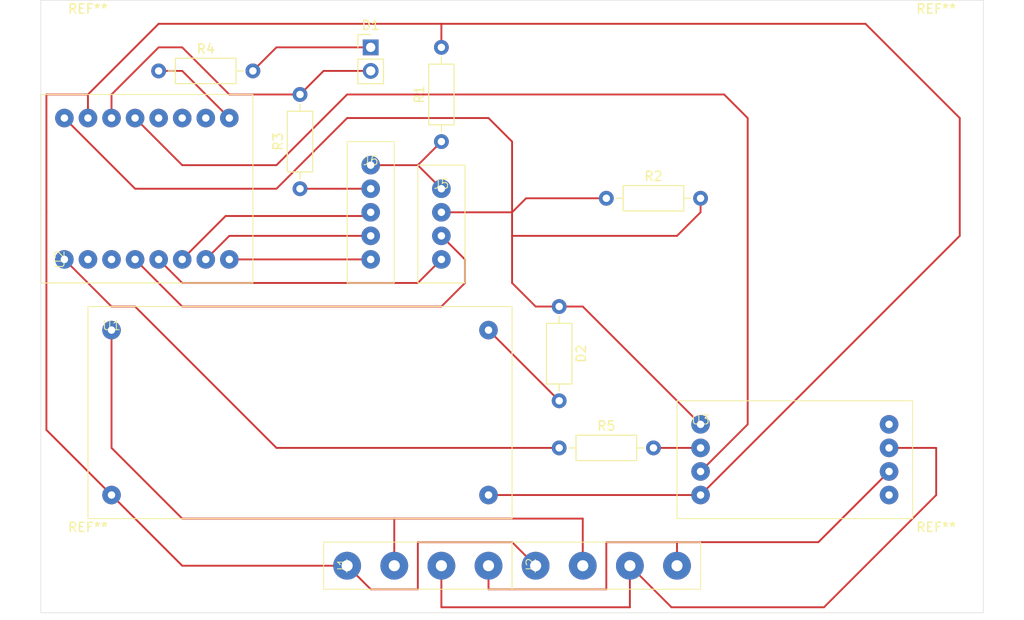
<source format=kicad_pcb>
(kicad_pcb (version 20241229) (generator "pcbnew") (generator_version "9.0")
  (layers (0 "F.Cu" signal) (2 "B.Cu" signal) (13 "F.Paste" user) (15 "B.Paste" user) (5 "F.SilkS" user "F.Silkscreen") (7 "B.SilkS" user "B.Silkscreen") (1 "F.Mask" user) (3 "B.Mask" user) (25 "Edge.Cuts" user))
  (net 0 "")
  (net 1 "/CANH")
  (net 2 "/CANL")
  (net 3 "/12V")
  (net 4 "/GND")
  (net 5 "/5V")
  (net 9 "Net-(J5-Pin_3)")
  (net 10 "Net-(J5-Pin_4)")
  (net 11 "Net-(D1-K)")
  (net 12 "Net-(J6-Pin_4)")
  (net 14 "Net-(J6-Pin_5)")
  (net 15 "Net-(J6-Pin_3)")
  (net 17 "Net-(U2-Pin_1)")
  (net 18 "/3V3")
  (net 19 "Net-(U2-Pin_13)")
  (net 22 "Net-(U2-Pin_9)")
  (net 23 "Net-(D2-A)")
  (net 24 "Net-(U3-Pin_2)")
  (footprint "Resistor_THT:R_Axial_DIN0207_L6.3mm_D2.5mm_P10.16mm_Horizontal" (layer "F.Cu") (at 81.28 58.42 -90)
    (property "Reference" "D2" (at 5.08 -2.37 90) (layer "F.SilkS"))
    (property "Value" "D")
    (fp_line (start 1.04 0) (end 1.81 0) (stroke (width 0.12)) (layer "F.SilkS"))
    (fp_line (start 9.12 0) (end 8.35 0) (stroke (width 0.12)) (layer "F.SilkS"))
    (fp_rect (start 1.81 -1.37) (end 8.35 1.37) (stroke (width 0.12)) (fill no) (layer "F.SilkS"))
    (pad "1" thru_hole circle (at 0 0 270) (size 1.6 1.6) (drill 0.8) (layers "*.Cu" "*.Mask") (net 5 "/5V"))
    (pad "2" thru_hole circle (at 10.16 0 270) (size 1.6 1.6) (drill 0.8) (layers "*.Cu" "*.Mask") (net 23 "Net-(D2-A)"))
  )
  (footprint "Resistor_THT:R_Axial_DIN0207_L6.3mm_D2.5mm_P10.16mm_Horizontal" (layer "F.Cu") (at 81.28 73.66)
    (property "Reference" "R5" (at 5.08 -2.37 0) (layer "F.SilkS"))
    (property "Value" "~")
    (fp_line (start 1.04 0) (end 1.81 0) (stroke (width 0.12)) (layer "F.SilkS"))
    (fp_line (start 9.12 0) (end 8.35 0) (stroke (width 0.12)) (layer "F.SilkS"))
    (fp_rect (start 1.81 -1.37) (end 8.35 1.37) (stroke (width 0.12)) (fill no) (layer "F.SilkS"))
    (pad "1" thru_hole circle (at 0 0) (size 1.6 1.6) (drill 0.8) (layers "*.Cu" "*.Mask") (net 17 "Net-(U2-Pin_1)"))
    (pad "2" thru_hole circle (at 10.16 0) (size 1.6 1.6) (drill 0.8) (layers "*.Cu" "*.Mask") (net 24 "Net-(U3-Pin_2)"))
  )
  (footprint "Peabrain:TJA1050" (layer "F.Cu") (at 96.52 71.12)
    (property "Reference" "U3" (at 0 -0.5 0) (layer "F.SilkS") (effects (font (thickness 0.1))))
    (property "Value" "TJA1050")
    (fp_rect (start -2.54 -2.54) (end 22.86 10.16) (stroke (width 0.1)) (fill no) (layer "F.SilkS"))
    (pad "1" thru_hole circle (at 0 0) (size 2 2) (drill 0.8) (layers "*.Cu" "F.Mask" "F.Paste") (net 5 "/5V"))
    (pad "2" thru_hole circle (at 0 2.54) (size 2 2) (drill 0.8) (layers "*.Cu" "F.Mask" "F.Paste") (net 24 "Net-(U3-Pin_2)"))
    (pad "3" thru_hole circle (at 0 5.08) (size 2 2) (drill 0.8) (layers "*.Cu" "F.Mask" "F.Paste") (net 19 "Net-(U2-Pin_13)"))
    (pad "4" thru_hole circle (at 0 7.62) (size 2 2) (drill 0.8) (layers "*.Cu" "F.Mask" "F.Paste") (net 4 "/GND"))
    (pad "5" thru_hole circle (at 20.32 7.62) (size 2 2) (drill 0.8) (layers "*.Cu" "F.Mask" "F.Paste"))
    (pad "6" thru_hole circle (at 20.32 5.08) (size 2 2) (drill 0.8) (layers "*.Cu" "F.Mask" "F.Paste") (net 2 "/CANL"))
    (pad "7" thru_hole circle (at 20.32 2.54) (size 2 2) (drill 0.8) (layers "*.Cu" "F.Mask" "F.Paste") (net 1 "/CANH"))
    (pad "8" thru_hole circle (at 20.32 0) (size 2 2) (drill 0.8) (layers "*.Cu" "F.Mask" "F.Paste"))
  )
  (footprint "Connector_PinHeader_2.54mm:PinHeader_1x02_P2.54mm_Vertical" (layer "F.Cu") (at 60.96 30.48)
    (property "Reference" "D1" (at 0 -2.38 0) (layer "F.SilkS"))
    (property "Value" "LED")
    (fp_line (start -1.38 -1.38) (end 0 -1.38) (stroke (width 0.12)) (layer "F.SilkS"))
    (fp_line (start -1.38 0) (end -1.38 -1.38) (stroke (width 0.12)) (layer "F.SilkS"))
    (fp_line (start -1.38 1.27) (end -1.38 3.92) (stroke (width 0.12)) (layer "F.SilkS"))
    (fp_line (start -1.38 1.27) (end 1.38 1.27) (stroke (width 0.12)) (layer "F.SilkS"))
    (fp_line (start -1.38 3.92) (end 1.38 3.92) (stroke (width 0.12)) (layer "F.SilkS"))
    (fp_line (start 1.38 1.27) (end 1.38 3.92) (stroke (width 0.12)) (layer "F.SilkS"))
    (pad "1" thru_hole rect (at 0 0) (size 1.7 1.7) (drill 1) (layers "*.Cu" "*.Mask") (net 11 "Net-(D1-K)"))
    (pad "2" thru_hole circle (at 0 2.54) (size 1.7 1.7) (drill 1) (layers "*.Cu" "*.Mask") (net 18 "/3V3"))
  )
  (footprint "MountingHole:MountingHole_3.2mm_M3" (layer "F.Cu") (at 30.48 30.48)
    (property "Reference" "REF**" (at 0 -4.15 0) (layer "F.SilkS"))
    (property "Value" "MountingHole_3.2mm_M3")
    (pad "" np_thru_hole circle (at 0 0) (size 3.2 3.2) (drill 3.2) (layers "*.Cu" "*.Mask"))
  )
  (footprint "Resistor_THT:R_Axial_DIN0207_L6.3mm_D2.5mm_P10.16mm_Horizontal" (layer "F.Cu") (at 38.1 33.02)
    (property "Reference" "R4" (at 5.08 -2.37 0) (layer "F.SilkS"))
    (property "Value" "R")
    (fp_line (start 1.04 0) (end 1.81 0) (stroke (width 0.12)) (layer "F.SilkS"))
    (fp_line (start 9.12 0) (end 8.35 0) (stroke (width 0.12)) (layer "F.SilkS"))
    (fp_rect (start 1.81 -1.37) (end 8.35 1.37) (stroke (width 0.12)) (fill no) (layer "F.SilkS"))
    (pad "1" thru_hole circle (at 0 0) (size 1.6 1.6) (drill 0.8) (layers "*.Cu" "*.Mask") (net 22 "Net-(U2-Pin_9)"))
    (pad "2" thru_hole circle (at 10.16 0) (size 1.6 1.6) (drill 0.8) (layers "*.Cu" "*.Mask") (net 11 "Net-(D1-K)"))
  )
  (footprint "Peabrain:ScrewTerminals_4P" (layer "F.Cu") (at 78.74 86.36 90)
    (property "Reference" "J2" (at 0 -0.5 90) (layer "F.SilkS") (effects (font (thickness 0.1))))
    (property "Value" "Screw Terminal")
    (fp_rect (start -2.54 -2.54) (end 2.54 17.78) (stroke (width 0.1)) (fill no) (layer "F.SilkS"))
    (pad "1" thru_hole circle (at 0 0 90) (size 3 3) (drill 1.2) (layers "*.Cu" "F.Mask" "F.Paste") (net 4 "/GND"))
    (pad "2" thru_hole circle (at 0 5.08 90) (size 3 3) (drill 1.2) (layers "*.Cu" "F.Mask" "F.Paste") (net 3 "/12V"))
    (pad "3" thru_hole circle (at 0 10.16 90) (size 3 3) (drill 1.2) (layers "*.Cu" "F.Mask" "F.Paste") (net 1 "/CANH"))
    (pad "4" thru_hole circle (at 0 15.24 90) (size 3 3) (drill 1.2) (layers "*.Cu" "F.Mask" "F.Paste") (net 2 "/CANL"))
  )
  (footprint "Resistor_THT:R_Axial_DIN0207_L6.3mm_D2.5mm_P10.16mm_Horizontal" (layer "F.Cu") (at 68.58 40.64 90)
    (property "Reference" "R1" (at 5.08 -2.37 90) (layer "F.SilkS"))
    (property "Value" "R")
    (fp_line (start 9.12 0) (end 8.35 0) (stroke (width 0.12)) (layer "F.SilkS"))
    (fp_line (start 1.04 0) (end 1.81 0) (stroke (width 0.12)) (layer "F.SilkS"))
    (fp_rect (start 1.81 -1.37) (end 8.35 1.37) (stroke (width 0.12)) (fill no) (layer "F.SilkS"))
    (pad "1" thru_hole circle (at 0 0 90) (size 1.6 1.6) (drill 0.8) (layers "*.Cu" "*.Mask") (net 4 "/GND"))
    (pad "2" thru_hole circle (at 10.16 0 90) (size 1.6 1.6) (drill 0.8) (layers "*.Cu" "*.Mask") (net 4 "/GND"))
  )
  (footprint "Peabrain:ScrewTerminals_4P" (layer "F.Cu") (at 58.42 86.36 90)
    (property "Reference" "J1" (at 0 -0.5 90) (layer "F.SilkS") (effects (font (thickness 0.1))))
    (property "Value" "Screw Termial")
    (fp_rect (start -2.54 -2.54) (end 2.54 17.78) (stroke (width 0.1)) (fill no) (layer "F.SilkS"))
    (pad "1" thru_hole circle (at 0 0 90) (size 3 3) (drill 1.2) (layers "*.Cu" "F.Mask" "F.Paste") (net 4 "/GND"))
    (pad "2" thru_hole circle (at 0 5.08 90) (size 3 3) (drill 1.2) (layers "*.Cu" "F.Mask" "F.Paste") (net 3 "/12V"))
    (pad "3" thru_hole circle (at 0 10.16 90) (size 3 3) (drill 1.2) (layers "*.Cu" "F.Mask" "F.Paste") (net 1 "/CANH"))
    (pad "4" thru_hole circle (at 0 15.24 90) (size 3 3) (drill 1.2) (layers "*.Cu" "F.Mask" "F.Paste") (net 2 "/CANL"))
  )
  (footprint "MountingHole:MountingHole_3.2mm_M3" (layer "F.Cu") (at 121.92 86.36)
    (property "Reference" "REF**" (at 0 -4.15 0) (layer "F.SilkS"))
    (property "Value" "MountingHole_3.2mm_M3")
    (pad "" np_thru_hole circle (at 0 0) (size 3.2 3.2) (drill 3.2) (layers "*.Cu" "*.Mask"))
  )
  (footprint "Resistor_THT:R_Axial_DIN0207_L6.3mm_D2.5mm_P10.16mm_Horizontal" (layer "F.Cu") (at 53.34 45.72 90)
    (property "Reference" "R3" (at 5.08 -2.37 90) (layer "F.SilkS"))
    (property "Value" "R")
    (fp_line (start 9.12 0) (end 8.35 0) (stroke (width 0.12)) (layer "F.SilkS"))
    (fp_line (start 1.04 0) (end 1.81 0) (stroke (width 0.12)) (layer "F.SilkS"))
    (fp_rect (start 1.81 -1.37) (end 8.35 1.37) (stroke (width 0.12)) (fill no) (layer "F.SilkS"))
    (pad "1" thru_hole circle (at 0 0 90) (size 1.6 1.6) (drill 0.8) (layers "*.Cu" "*.Mask") (net 18 "/3V3"))
    (pad "2" thru_hole circle (at 10.16 0 90) (size 1.6 1.6) (drill 0.8) (layers "*.Cu" "*.Mask") (net 18 "/3V3"))
  )
  (footprint "Peabrain:VoltageRegulator" (layer "F.Cu") (at 33.02 60.96)
    (property "Reference" "U1" (at 0 -0.5 0) (layer "F.SilkS") (effects (font (thickness 0.1))))
    (property "Value" "VoltageRegulator")
    (fp_rect (start -2.54 -2.54) (end 43.18 20.32) (stroke (width 0.1)) (fill no) (layer "F.SilkS"))
    (pad "1" thru_hole circle (at 0 0) (size 2 2) (drill 0.8) (layers "*.Cu" "F.Mask" "F.Paste") (net 3 "/12V"))
    (pad "2" thru_hole circle (at 0 17.78) (size 2 2) (drill 0.8) (layers "*.Cu" "F.Mask" "F.Paste") (net 4 "/GND"))
    (pad "3" thru_hole circle (at 40.64 17.78) (size 2 2) (drill 0.8) (layers "*.Cu" "F.Mask" "F.Paste") (net 4 "/GND"))
    (pad "4" thru_hole circle (at 40.64 0) (size 2 2) (drill 0.8) (layers "*.Cu" "F.Mask" "F.Paste") (net 23 "Net-(D2-A)"))
  )
  (footprint "MountingHole:MountingHole_3.2mm_M3" (layer "F.Cu") (at 121.92 30.48)
    (property "Reference" "REF**" (at 0 -4.15 0) (layer "F.SilkS"))
    (property "Value" "MountingHole_3.2mm_M3")
    (pad "" np_thru_hole circle (at 0 0) (size 3.2 3.2) (drill 3.2) (layers "*.Cu" "*.Mask"))
  )
  (footprint "Resistor_THT:R_Axial_DIN0207_L6.3mm_D2.5mm_P10.16mm_Horizontal" (layer "F.Cu") (at 86.36 46.75)
    (property "Reference" "R2" (at 5.08 -2.37 0) (layer "F.SilkS"))
    (property "Value" "R")
    (fp_line (start 1.04 0) (end 1.81 0) (stroke (width 0.12)) (layer "F.SilkS"))
    (fp_line (start 9.12 0) (end 8.35 0) (stroke (width 0.12)) (layer "F.SilkS"))
    (fp_rect (start 1.81 -1.37) (end 8.35 1.37) (stroke (width 0.12)) (fill no) (layer "F.SilkS"))
    (pad "1" thru_hole circle (at 0 0) (size 1.6 1.6) (drill 0.8) (layers "*.Cu" "*.Mask") (net 5 "/5V"))
    (pad "2" thru_hole circle (at 10.16 0) (size 1.6 1.6) (drill 0.8) (layers "*.Cu" "*.Mask") (net 5 "/5V"))
  )
  (footprint "Peabrain:RotaryEncoderConnection" (layer "F.Cu") (at 60.96 43.18)
    (property "Reference" "J6" (at 0 -0.5 0) (layer "F.SilkS") (effects (font (thickness 0.1))))
    (property "Value" "RotaryEncoder")
    (fp_rect (start -2.54 -2.54) (end 2.54 12.7) (stroke (width 0.1)) (fill no) (layer "F.SilkS"))
    (pad "1" thru_hole circle (at 0 0) (size 2 2) (drill 0.8) (layers "*.Cu" "F.Mask" "F.Paste") (net 4 "/GND"))
    (pad "2" thru_hole circle (at 0 2.54) (size 2 2) (drill 0.8) (layers "*.Cu" "F.Mask" "F.Paste") (net 18 "/3V3"))
    (pad "3" thru_hole circle (at 0 5.08) (size 2 2) (drill 0.8) (layers "*.Cu" "F.Mask" "F.Paste") (net 15 "Net-(J6-Pin_3)"))
    (pad "4" thru_hole circle (at 0 7.62) (size 2 2) (drill 0.8) (layers "*.Cu" "F.Mask" "F.Paste") (net 12 "Net-(J6-Pin_4)"))
    (pad "5" thru_hole circle (at 0 10.16) (size 2 2) (drill 0.8) (layers "*.Cu" "F.Mask" "F.Paste") (net 14 "Net-(J6-Pin_5)"))
  )
  (footprint "Peabrain:I2C_Connector" (layer "F.Cu") (at 68.58 45.72)
    (property "Reference" "J5" (at 0 -0.5 0) (layer "F.SilkS") (effects (font (thickness 0.1))))
    (property "Value" "I2C")
    (fp_rect (start -2.54 -2.54) (end 2.54 10.16) (stroke (width 0.1)) (fill no) (layer "F.SilkS"))
    (pad "1" thru_hole circle (at 0 0) (size 2 2) (drill 0.8) (layers "*.Cu" "F.Mask" "F.Paste") (net 4 "/GND"))
    (pad "2" thru_hole circle (at 0 2.54) (size 2 2) (drill 0.8) (layers "*.Cu" "F.Mask" "F.Paste") (net 5 "/5V"))
    (pad "3" thru_hole circle (at 0 5.08) (size 2 2) (drill 0.8) (layers "*.Cu" "F.Mask" "F.Paste") (net 9 "Net-(J5-Pin_3)"))
    (pad "4" thru_hole circle (at 0 7.62) (size 2 2) (drill 0.8) (layers "*.Cu" "F.Mask" "F.Paste") (net 10 "Net-(J5-Pin_4)"))
  )
  (footprint "Peabrain:ESP32" (layer "F.Cu") (at 27.94 53.34 90)
    (property "Reference" "U2" (at 0 -0.5 90) (layer "F.SilkS") (effects (font (thickness 0.1))))
    (property "Value" "ESP32")
    (fp_rect (start -2.54 -2.54) (end 17.78 20.32) (stroke (width 0.1)) (fill no) (layer "F.SilkS"))
    (pad "1" thru_hole circle (at 0 0 90) (size 2 2) (drill 0.8) (layers "*.Cu" "F.Mask" "F.Paste") (net 17 "Net-(U2-Pin_1)"))
    (pad "2" thru_hole circle (at 0 2.54 90) (size 2 2) (drill 0.8) (layers "*.Cu" "F.Mask" "F.Paste"))
    (pad "3" thru_hole circle (at 0 5.08 90) (size 2 2) (drill 0.8) (layers "*.Cu" "F.Mask" "F.Paste"))
    (pad "4" thru_hole circle (at 0 7.62 90) (size 2 2) (drill 0.8) (layers "*.Cu" "F.Mask" "F.Paste") (net 9 "Net-(J5-Pin_3)"))
    (pad "5" thru_hole circle (at 0 10.16 90) (size 2 2) (drill 0.8) (layers "*.Cu" "F.Mask" "F.Paste") (net 10 "Net-(J5-Pin_4)"))
    (pad "6" thru_hole circle (at 0 12.7 90) (size 2 2) (drill 0.8) (layers "*.Cu" "F.Mask" "F.Paste") (net 15 "Net-(J6-Pin_3)"))
    (pad "7" thru_hole circle (at 0 15.24 90) (size 2 2) (drill 0.8) (layers "*.Cu" "F.Mask" "F.Paste") (net 12 "Net-(J6-Pin_4)"))
    (pad "8" thru_hole circle (at 0 17.78 90) (size 2 2) (drill 0.8) (layers "*.Cu" "F.Mask" "F.Paste") (net 14 "Net-(J6-Pin_5)"))
    (pad "9" thru_hole circle (at 15.24 17.78 90) (size 2 2) (drill 0.8) (layers "*.Cu" "F.Mask" "F.Paste") (net 22 "Net-(U2-Pin_9)"))
    (pad "10" thru_hole circle (at 15.24 15.24 90) (size 2 2) (drill 0.8) (layers "*.Cu" "F.Mask" "F.Paste"))
    (pad "11" thru_hole circle (at 15.24 12.7 90) (size 2 2) (drill 0.8) (layers "*.Cu" "F.Mask" "F.Paste"))
    (pad "12" thru_hole circle (at 15.24 10.16 90) (size 2 2) (drill 0.8) (layers "*.Cu" "F.Mask" "F.Paste"))
    (pad "13" thru_hole circle (at 15.24 7.62 90) (size 2 2) (drill 0.8) (layers "*.Cu" "F.Mask" "F.Paste") (net 19 "Net-(U2-Pin_13)"))
    (pad "14" thru_hole circle (at 15.24 5.08 90) (size 2 2) (drill 0.8) (layers "*.Cu" "F.Mask" "F.Paste") (net 18 "/3V3"))
    (pad "15" thru_hole circle (at 15.24 2.54 90) (size 2 2) (drill 0.8) (layers "*.Cu" "F.Mask" "F.Paste") (net 4 "/GND"))
    (pad "16" thru_hole circle (at 15.24 0 90) (size 2 2) (drill 0.8) (layers "*.Cu" "F.Mask" "F.Paste") (net 5 "/5V"))
  )
  (footprint "MountingHole:MountingHole_3.2mm_M3" (layer "F.Cu") (at 30.48 86.36)
    (property "Reference" "REF**" (at 0 -4.15 0) (layer "F.SilkS"))
    (property "Value" "MountingHole_3.2mm_M3")
    (pad "" np_thru_hole circle (at 0 0) (size 3.2 3.2) (drill 3.2) (layers "*.Cu" "*.Mask"))
  )
  (gr_line (start 73.66 60.96) (end 81.28 68.58) (stroke (width 0.2)) (layer "F.Cu") (net 23))
  (gr_line (start 124.46 50.8) (end 124.46 38.1) (stroke (width 0.2)) (layer "F.Cu") (net 4))
  (gr_line (start 114.3 27.94) (end 124.46 38.1) (stroke (width 0.2)) (layer "F.Cu") (net 4))
  (gr_line (start 73.66 78.74) (end 96.52 78.74) (stroke (width 0.2)) (layer "F.Cu") (net 4))
  (gr_line (start 50.8 73.66) (end 81.28 73.66) (stroke (width 0.2)) (layer "F.Cu") (net 17))
  (gr_rect (start 25.4 25.4) (end 127 91.44) (stroke (width 0.05)) (fill no) (layer "Edge.Cuts"))
  (segment (start 121.92 78.74) (end 121.92 73.66) (width 0.2) (layer "F.Cu") (net 1))
  (segment (start 88.9 90.839) (end 88.9 86.36) (width 0.2) (layer "F.Cu") (net 1))
  (segment (start 68.58 86.36) (end 68.58 90.839) (width 0.2) (layer "F.Cu") (net 1))
  (segment (start 109.821 90.839) (end 121.92 78.74) (width 0.2) (layer "F.Cu") (net 1))
  (segment (start 88.9 86.36) (end 93.379 90.839) (width 0.2) (layer "F.Cu") (net 1))
  (segment (start 68.58 90.839) (end 88.9 90.839) (width 0.2) (layer "F.Cu") (net 1))
  (segment (start 121.92 73.66) (end 116.84 73.66) (width 0.2) (layer "F.Cu") (net 1))
  (segment (start 93.379 90.839) (end 109.821 90.839) (width 0.2) (layer "F.Cu") (net 1))
  (segment (start 109.22 83.82) (end 116.84 76.2) (width 0.2) (layer "F.Cu") (net 2))
  (segment (start 93.98 83.82) (end 109.22 83.82) (width 0.2) (layer "F.Cu") (net 2))
  (segment (start 86.36 88.9) (end 86.36 83.82) (width 0.2) (layer "F.Cu") (net 2))
  (segment (start 73.66 88.9) (end 86.36 88.9) (width 0.2) (layer "F.Cu") (net 2))
  (segment (start 86.36 83.82) (end 93.98 83.82) (width 0.2) (layer "F.Cu") (net 2))
  (segment (start 93.98 83.82) (end 93.98 86.36) (width 0.2) (layer "F.Cu") (net 2))
  (segment (start 73.66 86.36) (end 73.66 88.9) (width 0.2) (layer "F.Cu") (net 2))
  (segment (start 33.02 73.66) (end 33.02 60.96) (width 0.2) (layer "F.Cu") (net 3))
  (segment (start 40.64 81.28) (end 33.02 73.66) (width 0.2) (layer "F.Cu") (net 3))
  (segment (start 63.5 81.28) (end 40.64 81.28) (width 0.2) (layer "F.Cu") (net 3))
  (segment (start 63.5 81.28) (end 83.82 81.28) (width 0.2) (layer "F.Cu") (net 3))
  (segment (start 83.82 81.28) (end 83.82 86.36) (width 0.2) (layer "F.Cu") (net 3))
  (segment (start 63.5 86.36) (end 63.5 81.28) (width 0.2) (layer "F.Cu") (net 3))
  (segment (start 26.001 48.26) (end 26.001 71.721) (width 0.2) (layer "F.Cu") (net 4))
  (segment (start 58.42 86.36) (end 40.64 86.36) (width 0.2) (layer "F.Cu") (net 4))
  (segment (start 68.58 30.48) (end 68.58 27.94) (width 0.2) (layer "F.Cu") (net 4))
  (segment (start 30.48 35.56) (end 26.001 35.56) (width 0.2) (layer "F.Cu") (net 4))
  (segment (start 26.001 71.721) (end 33.02 78.74) (width 0.2) (layer "F.Cu") (net 4))
  (segment (start 66.04 43.18) (end 68.58 40.64) (width 0.2) (layer "F.Cu") (net 4))
  (segment (start 40.64 86.36) (end 33.02 78.74) (width 0.2) (layer "F.Cu") (net 4))
  (segment (start 60.96 43.18) (end 66.04 43.18) (width 0.2) (layer "F.Cu") (net 4))
  (segment (start 58.42 86.36) (end 60.96 88.9) (width 0.2) (layer "F.Cu") (net 4))
  (segment (start 66.04 88.9) (end 66.04 83.82) (width 0.2) (layer "F.Cu") (net 4))
  (segment (start 76.2 83.82) (end 78.74 86.36) (width 0.2) (layer "F.Cu") (net 4))
  (segment (start 114.3 27.94) (end 68.58 27.94) (width 0.2) (layer "F.Cu") (net 4))
  (segment (start 26.001 35.56) (end 26.001 48.26) (width 0.2) (layer "F.Cu") (net 4))
  (segment (start 60.96 88.9) (end 66.04 88.9) (width 0.2) (layer "F.Cu") (net 4))
  (segment (start 30.48 35.56) (end 38.1 27.94) (width 0.2) (layer "F.Cu") (net 4))
  (segment (start 124.46 50.8) (end 96.52 78.74) (width 0.2) (layer "F.Cu") (net 4))
  (segment (start 30.48 38.1) (end 30.48 35.56) (width 0.2) (layer "F.Cu") (net 4))
  (segment (start 66.04 43.18) (end 68.58 45.72) (width 0.2) (layer "F.Cu") (net 4))
  (segment (start 66.04 83.82) (end 76.2 83.82) (width 0.2) (layer "F.Cu") (net 4))
  (segment (start 38.1 27.94) (end 68.58 27.94) (width 0.2) (layer "F.Cu") (net 4))
  (segment (start 93.98 50.8) (end 76.2 50.8) (width 0.2) (layer "F.Cu") (net 5))
  (segment (start 76.2 48.26) (end 76.2 50.8) (width 0.2) (layer "F.Cu") (net 5))
  (segment (start 83.82 58.42) (end 78.74 58.42) (width 0.2) (layer "F.Cu") (net 5))
  (segment (start 68.58 48.26) (end 76.2 48.26) (width 0.2) (layer "F.Cu") (net 5))
  (segment (start 77.71 46.75) (end 76.2 48.26) (width 0.2) (layer "F.Cu") (net 5))
  (segment (start 76.2 40.64) (end 76.2 48.26) (width 0.2) (layer "F.Cu") (net 5))
  (segment (start 86.36 46.75) (end 77.71 46.75) (width 0.2) (layer "F.Cu") (net 5))
  (segment (start 96.52 46.75) (end 96.52 48.26) (width 0.2) (layer "F.Cu") (net 5))
  (segment (start 27.94 38.1) (end 35.56 45.72) (width 0.2) (layer "F.Cu") (net 5))
  (segment (start 76.2 55.88) (end 78.74 58.42) (width 0.2) (layer "F.Cu") (net 5))
  (segment (start 96.52 71.12) (end 83.82 58.42) (width 0.2) (layer "F.Cu") (net 5))
  (segment (start 58.42 38.1) (end 73.66 38.1) (width 0.2) (layer "F.Cu") (net 5))
  (segment (start 76.2 50.8) (end 76.2 55.88) (width 0.2) (layer "F.Cu") (net 5))
  (segment (start 96.52 48.26) (end 93.98 50.8) (width 0.2) (layer "F.Cu") (net 5))
  (segment (start 73.66 38.1) (end 76.2 40.64) (width 0.2) (layer "F.Cu") (net 5))
  (segment (start 50.8 45.72) (end 58.42 38.1) (width 0.2) (layer "F.Cu") (net 5))
  (segment (start 35.56 45.72) (end 50.8 45.72) (width 0.2) (layer "F.Cu") (net 5))
  (segment (start 71.12 55.88) (end 71.12 53.34) (width 0.2) (layer "F.Cu") (net 9))
  (segment (start 68.58 58.42) (end 71.12 55.88) (width 0.2) (layer "F.Cu") (net 9))
  (segment (start 40.64 58.42) (end 68.58 58.42) (width 0.2) (layer "F.Cu") (net 9))
  (segment (start 35.56 53.34) (end 40.64 58.42) (width 0.2) (layer "F.Cu") (net 9))
  (segment (start 71.12 53.34) (end 68.58 50.8) (width 0.2) (layer "F.Cu") (net 9))
  (segment (start 40.64 55.88) (end 38.1 53.34) (width 0.2) (layer "F.Cu") (net 10))
  (segment (start 66.04 55.88) (end 40.64 55.88) (width 0.2) (layer "F.Cu") (net 10))
  (segment (start 68.58 53.34) (end 66.04 55.88) (width 0.2) (layer "F.Cu") (net 10))
  (segment (start 50.8 30.48) (end 60.96 30.48) (width 0.2) (layer "F.Cu") (net 11))
  (segment (start 48.26 33.02) (end 50.8 30.48) (width 0.2) (layer "F.Cu") (net 11))
  (segment (start 43.18 53.34) (end 45.72 50.8) (width 0.2) (layer "F.Cu") (net 12))
  (segment (start 45.72 50.8) (end 60.96 50.8) (width 0.2) (layer "F.Cu") (net 12))
  (segment (start 45.72 53.34) (end 60.96 53.34) (width 0.2) (layer "F.Cu") (net 14))
  (segment (start 60.559 48.661) (end 60.96 48.26) (width 0.2) (layer "F.Cu") (net 15))
  (segment (start 45.319 48.661) (end 60.559 48.661) (width 0.2) (layer "F.Cu") (net 15))
  (segment (start 40.64 53.34) (end 45.319 48.661) (width 0.2) (layer "F.Cu") (net 15))
  (segment (start 27.94 53.34) (end 33.02 58.42) (width 0.2) (layer "F.Cu") (net 17))
  (segment (start 33.02 58.42) (end 35.56 58.42) (width 0.2) (layer "F.Cu") (net 17))
  (segment (start 35.56 58.42) (end 50.8 73.66) (width 0.2) (layer "F.Cu") (net 17))
  (segment (start 33.02 38.1) (end 33.02 35.56) (width 0.2) (layer "F.Cu") (net 18))
  (segment (start 38.1 30.48) (end 40.64 30.48) (width 0.2) (layer "F.Cu") (net 18))
  (segment (start 40.64 30.48) (end 45.72 35.56) (width 0.2) (layer "F.Cu") (net 18))
  (segment (start 53.34 35.56) (end 55.88 33.02) (width 0.2) (layer "F.Cu") (net 18))
  (segment (start 45.72 35.56) (end 53.34 35.56) (width 0.2) (layer "F.Cu") (net 18))
  (segment (start 53.34 45.72) (end 60.96 45.72) (width 0.2) (layer "F.Cu") (net 18))
  (segment (start 55.88 33.02) (end 60.96 33.02) (width 0.2) (layer "F.Cu") (net 18))
  (segment (start 33.02 35.56) (end 38.1 30.48) (width 0.2) (layer "F.Cu") (net 18))
  (segment (start 58.42 35.56) (end 99.06 35.56) (width 0.2) (layer "F.Cu") (net 19))
  (segment (start 99.06 35.56) (end 101.6 38.1) (width 0.2) (layer "F.Cu") (net 19))
  (segment (start 35.56 38.1) (end 40.64 43.18) (width 0.2) (layer "F.Cu") (net 19))
  (segment (start 50.8 43.18) (end 58.42 35.56) (width 0.2) (layer "F.Cu") (net 19))
  (segment (start 40.64 43.18) (end 50.8 43.18) (width 0.2) (layer "F.Cu") (net 19))
  (segment (start 101.6 38.1) (end 101.6 71.12) (width 0.2) (layer "F.Cu") (net 19))
  (segment (start 101.6 71.12) (end 96.52 76.2) (width 0.2) (layer "F.Cu") (net 19))
  (segment (start 45.72 38.1) (end 40.64 33.02) (width 0.2) (layer "F.Cu") (net 22))
  (segment (start 40.64 33.02) (end 38.1 33.02) (width 0.2) (layer "F.Cu") (net 22))
  (segment (start 96.52 73.66) (end 91.44 73.66) (width 0.2) (layer "F.Cu") (net 24))
)
</source>
